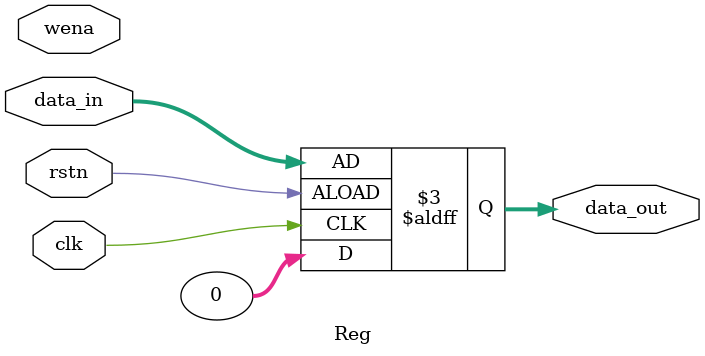
<source format=v>
module Reg(
    input clk,
    input rstn,
    input wena,
    input [31:0] data_in,
    output reg [31:0] data_out
);

always @(posedge clk or posedge rstn) begin
    if (!rstn)begin
        data_out<=32'h0;
    end else begin
        data_out<=data_in;
    end
end
endmodule
</source>
